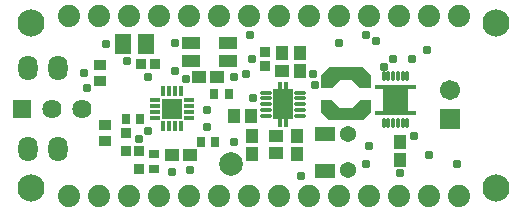
<source format=gts>
G04 Layer_Color=20142*
%FSLAX24Y24*%
%MOIN*%
G70*
G01*
G75*
%ADD62R,0.0434X0.0453*%
%ADD63R,0.0335X0.0375*%
%ADD64R,0.0453X0.0434*%
%ADD65C,0.0540*%
%ADD66R,0.0710X0.0490*%
%ADD67R,0.0355X0.0355*%
%ADD68O,0.0149X0.0373*%
%ADD69O,0.0373X0.0149*%
%ADD70O,0.0148X0.0373*%
%ADD71R,0.0707X0.0707*%
%ADD72R,0.0375X0.0335*%
%ADD73R,0.0631X0.0394*%
%ADD74R,0.0572X0.0650*%
%ADD75C,0.0787*%
%ADD76R,0.0316X0.0375*%
%ADD77R,0.0375X0.0316*%
%ADD78R,0.0414X0.0375*%
%ADD79R,0.0150X0.0316*%
%ADD80O,0.0381X0.0156*%
%ADD81R,0.0696X0.0991*%
%ADD82R,0.0453X0.0414*%
%ADD83R,0.0414X0.0453*%
%ADD84R,0.1221X0.0276*%
%ADD85O,0.0114X0.0370*%
%ADD86R,0.0807X0.1004*%
%ADD87O,0.0640X0.0840*%
%ADD88R,0.0640X0.0640*%
%ADD89C,0.0640*%
%ADD90R,0.0670X0.0670*%
%ADD91C,0.0670*%
%ADD92C,0.0740*%
%ADD93C,0.0906*%
%ADD94C,0.0310*%
%ADD95C,0.0237*%
G36*
X30578Y32503D02*
X30853Y32228D01*
X31247Y32228D01*
X31522Y32503D01*
X31877Y32503D01*
X31877Y32070D01*
X31621Y31814D01*
X30479Y31814D01*
X30223Y32070D01*
X30223Y32503D01*
X30578Y32503D01*
D02*
G37*
G36*
X31621Y33586D02*
X31877Y33330D01*
X31877Y32897D01*
X31522Y32897D01*
X31247Y33172D01*
X30853Y33172D01*
X30578Y32897D01*
X30223Y32897D01*
X30223Y33330D01*
X30479Y33586D01*
X31621Y33586D01*
D02*
G37*
G36*
X33353Y33002D02*
X33357Y33001D01*
X33361Y32999D01*
X33364Y32996D01*
X33366Y32993D01*
X33368Y32990D01*
X33369Y32986D01*
X33369Y32982D01*
Y32884D01*
X33369Y32880D01*
X33368Y32876D01*
X33366Y32873D01*
X33364Y32870D01*
X33361Y32867D01*
X33357Y32866D01*
X33353Y32864D01*
X33350Y32864D01*
X33104D01*
Y32136D01*
X33350D01*
X33353Y32136D01*
X33357Y32134D01*
X33361Y32133D01*
X33364Y32130D01*
X33366Y32127D01*
X33368Y32124D01*
X33369Y32120D01*
X33369Y32116D01*
X33369Y32018D01*
X33369Y32014D01*
X33368Y32010D01*
X33366Y32007D01*
X33364Y32004D01*
X33361Y32001D01*
X33357Y31999D01*
X33353Y31998D01*
X33350Y31998D01*
X32050D01*
X32047Y31998D01*
X32043Y31999D01*
X32039Y32001D01*
X32036Y32004D01*
X32034Y32007D01*
X32032Y32010D01*
X32031Y32014D01*
X32031Y32018D01*
Y32116D01*
X32031Y32120D01*
X32032Y32124D01*
X32034Y32127D01*
X32036Y32130D01*
X32039Y32133D01*
X32043Y32134D01*
X32047Y32136D01*
X32050Y32136D01*
X32296D01*
Y32864D01*
X32050D01*
X32047Y32864D01*
X32043Y32866D01*
X32039Y32867D01*
X32036Y32870D01*
X32034Y32873D01*
X32032Y32876D01*
X32031Y32880D01*
X32031Y32884D01*
Y32982D01*
X32031Y32986D01*
X32032Y32990D01*
X32034Y32993D01*
X32036Y32996D01*
X32039Y32999D01*
X32043Y33001D01*
X32047Y33002D01*
X32050Y33002D01*
X33350D01*
X33353Y33002D01*
D02*
G37*
D62*
X32850Y30505D02*
D03*
Y31095D02*
D03*
X28900Y34045D02*
D03*
X29400Y30705D02*
D03*
Y31295D02*
D03*
X27900Y30705D02*
D03*
Y31295D02*
D03*
D03*
Y30705D02*
D03*
X29500Y33455D02*
D03*
Y34045D02*
D03*
D03*
Y33455D02*
D03*
D63*
X24214Y33700D02*
D03*
X24686D02*
D03*
D64*
X26745Y33250D02*
D03*
X26155Y33250D02*
D03*
D03*
X26745Y33250D02*
D03*
X25845Y30650D02*
D03*
X25255D02*
D03*
D03*
X25845D02*
D03*
X28900Y33455D02*
D03*
D65*
X31100Y30150D02*
D03*
Y31350D02*
D03*
D66*
X30350Y30130D02*
D03*
Y31370D02*
D03*
D67*
X24150Y30795D02*
D03*
Y30205D02*
D03*
X23700Y30805D02*
D03*
Y31395D02*
D03*
D68*
X25545Y32781D02*
D03*
X25348D02*
D03*
X25152D02*
D03*
X24955D02*
D03*
X25152Y31619D02*
D03*
X25348D02*
D03*
X25545D02*
D03*
D69*
X24669Y32495D02*
D03*
Y32298D02*
D03*
Y32102D02*
D03*
Y31905D02*
D03*
X25831D02*
D03*
Y32102D02*
D03*
Y32298D02*
D03*
Y32495D02*
D03*
D70*
X24955Y31619D02*
D03*
D71*
X25250Y32200D02*
D03*
D72*
X28350Y34086D02*
D03*
Y33614D02*
D03*
D73*
X27110Y34395D02*
D03*
Y33805D02*
D03*
X25890Y34395D02*
D03*
Y33805D02*
D03*
D74*
X23616Y34350D02*
D03*
X24384D02*
D03*
D75*
X27200Y30350D02*
D03*
D76*
X26658Y32700D02*
D03*
X27150D02*
D03*
X23704Y31850D02*
D03*
X24196D02*
D03*
X26204Y31100D02*
D03*
X26696D02*
D03*
D77*
X24650Y30204D02*
D03*
Y30696D02*
D03*
D78*
X23000Y31656D02*
D03*
Y31144D02*
D03*
X22850Y33144D02*
D03*
Y33656D02*
D03*
D79*
X28850Y32960D02*
D03*
X29050D02*
D03*
X28850Y31740D02*
D03*
X29050D02*
D03*
D80*
X28369Y31956D02*
D03*
Y32153D02*
D03*
Y32350D02*
D03*
Y32547D02*
D03*
Y32744D02*
D03*
X29531D02*
D03*
Y32547D02*
D03*
Y32350D02*
D03*
Y32153D02*
D03*
Y31956D02*
D03*
D81*
X28950Y32350D02*
D03*
D82*
X28700Y31285D02*
D03*
Y30715D02*
D03*
D83*
X27885Y31950D02*
D03*
X27315D02*
D03*
D84*
X31050Y32031D02*
D03*
X31050Y33369D02*
D03*
D85*
X32306Y31722D02*
D03*
X32464D02*
D03*
X32621D02*
D03*
X32779D02*
D03*
X32936D02*
D03*
X33094D02*
D03*
Y33278D02*
D03*
X32936D02*
D03*
X32779D02*
D03*
X32621D02*
D03*
X32464D02*
D03*
X32306D02*
D03*
D86*
X32700Y32500D02*
D03*
D87*
X21450Y30850D02*
D03*
X20450D02*
D03*
Y33550D02*
D03*
X21450D02*
D03*
D88*
X20250Y32200D02*
D03*
D89*
X21250D02*
D03*
X22250D02*
D03*
D90*
X34500Y31858D02*
D03*
D91*
Y32842D02*
D03*
D92*
X34800Y29300D02*
D03*
X33800D02*
D03*
X32800D02*
D03*
X31800D02*
D03*
X30800D02*
D03*
X29800D02*
D03*
X21800Y35300D02*
D03*
X22800D02*
D03*
X23800D02*
D03*
X24800D02*
D03*
X25800D02*
D03*
X26800D02*
D03*
X21800Y29300D02*
D03*
X22800D02*
D03*
X23800D02*
D03*
X24800D02*
D03*
X25800D02*
D03*
X26800D02*
D03*
X27800D02*
D03*
X28800D02*
D03*
X27800Y35300D02*
D03*
X28800D02*
D03*
X29800D02*
D03*
X30800D02*
D03*
X31800D02*
D03*
X32800D02*
D03*
X33800D02*
D03*
X34800D02*
D03*
D93*
X20550Y29550D02*
D03*
Y35050D02*
D03*
X36050D02*
D03*
Y29550D02*
D03*
D94*
X32850Y30050D02*
D03*
X25700Y33200D02*
D03*
X23050Y34350D02*
D03*
X27300Y33250D02*
D03*
X24450Y31450D02*
D03*
X23750Y33800D02*
D03*
X29550Y29950D02*
D03*
X31700Y30350D02*
D03*
X34750D02*
D03*
X31800Y30950D02*
D03*
X27900Y33850D02*
D03*
X30800Y34400D02*
D03*
X25350D02*
D03*
X26400Y32148D02*
D03*
X32050Y34450D02*
D03*
X33750Y34150D02*
D03*
X22300Y33400D02*
D03*
X22400Y32900D02*
D03*
X25350Y33450D02*
D03*
X27700Y33350D02*
D03*
X24450Y33250D02*
D03*
X30000Y33000D02*
D03*
X24150Y31200D02*
D03*
X33300Y31300D02*
D03*
X33800Y30650D02*
D03*
X26400Y31600D02*
D03*
X29950Y33350D02*
D03*
X27850Y34650D02*
D03*
X25845Y30155D02*
D03*
X27300Y31100D02*
D03*
X31700Y34650D02*
D03*
X27950Y32547D02*
D03*
X32621Y33850D02*
D03*
X33250D02*
D03*
X25250Y30100D02*
D03*
X32300Y33600D02*
D03*
D95*
X28753Y32645D02*
D03*
X28950Y32350D02*
D03*
X28753Y32055D02*
D03*
X29147D02*
D03*
Y32645D02*
D03*
X32897Y32854D02*
D03*
X32503D02*
D03*
Y32146D02*
D03*
Y32500D02*
D03*
X32897Y32146D02*
D03*
Y32500D02*
D03*
M02*

</source>
